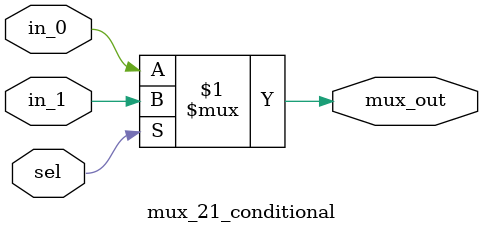
<source format=v>
`timescale 1ns / 1ps


module mux_21_conditional(
in_0,
in_1,
sel,
mux_out,
    );
    input in_0;
    input in_1;
    input sel;
    output mux_out;
    assign mux_out=sel?in_1:in_0;
endmodule


</source>
